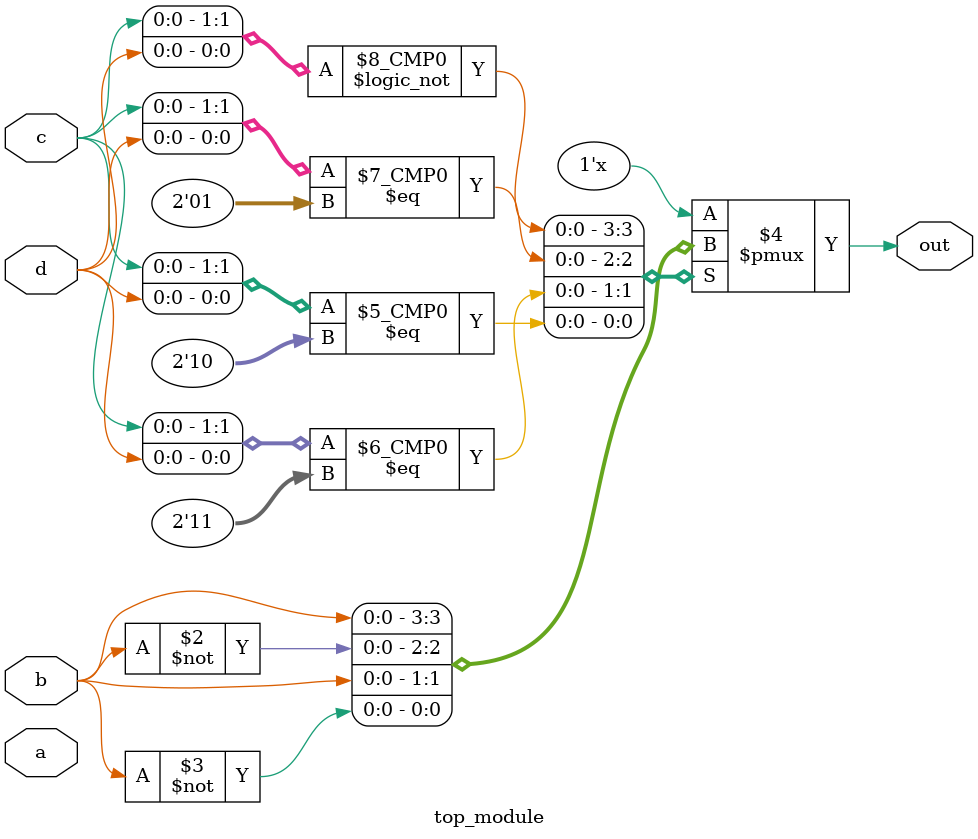
<source format=sv>
module top_module (
    input a, 
    input b,
    input c,
    input d,
    output reg out
);

always @(*) begin
    case ({c, d})
        2'b00: out = b;
        2'b01: out = ~b;
        2'b11: out = b;
        2'b10: out = ~b;
        default: out = 1'b0; // default case, although in this design it won't be reached
    endcase
end

endmodule

</source>
